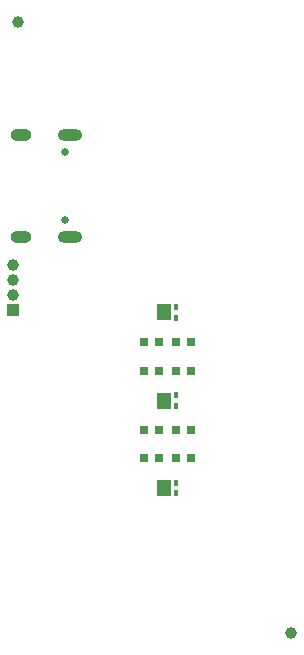
<source format=gbr>
%TF.GenerationSoftware,KiCad,Pcbnew,9.0.5*%
%TF.CreationDate,2025-11-01T11:22:36+01:00*%
%TF.ProjectId,horsesense,686f7273-6573-4656-9e73-652e6b696361,1.0*%
%TF.SameCoordinates,Original*%
%TF.FileFunction,Soldermask,Bot*%
%TF.FilePolarity,Negative*%
%FSLAX46Y46*%
G04 Gerber Fmt 4.6, Leading zero omitted, Abs format (unit mm)*
G04 Created by KiCad (PCBNEW 9.0.5) date 2025-11-01 11:22:36*
%MOMM*%
%LPD*%
G01*
G04 APERTURE LIST*
G04 Aperture macros list*
%AMRoundRect*
0 Rectangle with rounded corners*
0 $1 Rounding radius*
0 $2 $3 $4 $5 $6 $7 $8 $9 X,Y pos of 4 corners*
0 Add a 4 corners polygon primitive as box body*
4,1,4,$2,$3,$4,$5,$6,$7,$8,$9,$2,$3,0*
0 Add four circle primitives for the rounded corners*
1,1,$1+$1,$2,$3*
1,1,$1+$1,$4,$5*
1,1,$1+$1,$6,$7*
1,1,$1+$1,$8,$9*
0 Add four rect primitives between the rounded corners*
20,1,$1+$1,$2,$3,$4,$5,0*
20,1,$1+$1,$4,$5,$6,$7,0*
20,1,$1+$1,$6,$7,$8,$9,0*
20,1,$1+$1,$8,$9,$2,$3,0*%
G04 Aperture macros list end*
%ADD10R,1.000000X1.000000*%
%ADD11C,1.000000*%
%ADD12C,0.650000*%
%ADD13O,2.100000X1.000000*%
%ADD14O,1.800000X1.000000*%
%ADD15RoundRect,0.102000X-0.270000X0.275000X-0.270000X-0.275000X0.270000X-0.275000X0.270000X0.275000X0*%
%ADD16R,0.350000X0.550000*%
%ADD17R,1.250000X1.450000*%
G04 APERTURE END LIST*
D10*
%TO.C,J4*%
X1940000Y30695000D03*
D11*
X1940000Y31965000D03*
X1940000Y33235000D03*
X1940000Y34505000D03*
%TD*%
D12*
%TO.C,J1*%
X6295000Y44020000D03*
X6295000Y38240000D03*
D13*
X6795000Y45450000D03*
D14*
X2615000Y45450000D03*
D13*
X6795000Y36810000D03*
D14*
X2615000Y36810000D03*
%TD*%
D15*
%TO.C,D6*%
X13000000Y27910000D03*
X14310000Y27910000D03*
X15690000Y27910000D03*
X17000000Y27910000D03*
X17000000Y25530000D03*
X15690000Y25530000D03*
X14310000Y25530000D03*
X13000000Y25530000D03*
%TD*%
D11*
%TO.C,TP4*%
X2360000Y55080000D03*
%TD*%
D16*
%TO.C,D2*%
X15750000Y23425000D03*
D17*
X14700000Y22980000D03*
D16*
X15750000Y22535000D03*
%TD*%
%TO.C,D1*%
X15750000Y30895000D03*
D17*
X14700000Y30450000D03*
D16*
X15750000Y30005000D03*
%TD*%
D15*
%TO.C,D4*%
X13000000Y20470000D03*
X14310000Y20470000D03*
X15690000Y20470000D03*
X17000000Y20470000D03*
X17000000Y18090000D03*
X15690000Y18090000D03*
X14310000Y18090000D03*
X13000000Y18090000D03*
%TD*%
D11*
%TO.C,TP3*%
X25440000Y3270000D03*
%TD*%
D16*
%TO.C,D3*%
X15750000Y16025000D03*
D17*
X14700000Y15580000D03*
D16*
X15750000Y15135000D03*
%TD*%
M02*

</source>
